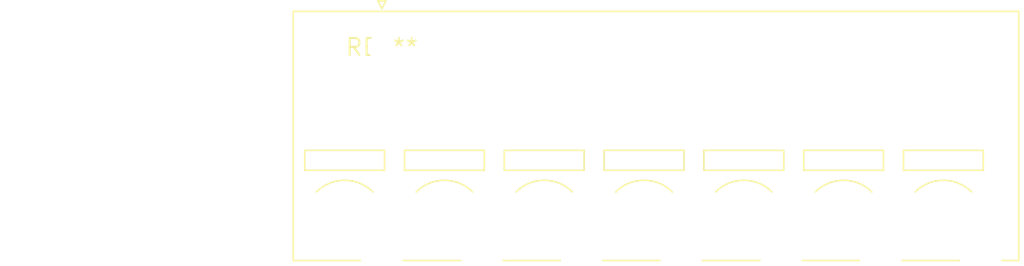
<source format=kicad_pcb>
(kicad_pcb (version 20240108) (generator pcbnew)
  (layers (0 "F.Cu" signal) (31 "B.Cu" signal) (34 "B.Paste" user) (35 "F.Paste" user) (36 "B.SilkS" user "B.Silkscreen") (37 "F.SilkS" user "F.Silkscreen") (38 "B.Mask" user) (39 "F.Mask" user) (44 "Edge.Cuts" user))
  (net 0 "")
  (footprint "PhoenixContact_SPT_5_7-V-7.5-ZB_1x07_P7.5mm_Vertical" (layer "F.Cu") (at 0 0)
    (property "Reference" "REF**")
    (property "Value" "PhoenixContact_SPT_5_7-V-7.5-ZB_1x07_P7.5mm_Vertical")
    (fp_line (start -6.66 -2.69) (end 47.86 -2.69) (layer "F.SilkS") (stroke (width 0.12)))
    (fp_line (start -6.66 16.03) (end -6.66 -2.69) (layer "F.SilkS") (stroke (width 0.12)))
    (fp_line (start -6.66 16.03) (end -1.6 16.03) (layer "F.SilkS") (stroke (width 0.12)))
    (fp_line (start -5.8 7.75) (end -5.8 9.25) (layer "F.SilkS") (stroke (width 0.12)))
    (fp_line (start -5.8 9.25) (end 0.2 9.25) (layer "F.SilkS") (stroke (width 0.12)))
    (fp_line (start -0.3 -3.49) (end 0 -2.89) (layer "F.SilkS") (stroke (width 0.12)))
    (fp_line (start -0.3 -3.49) (end 0.3 -3.49) (layer "F.SilkS") (stroke (width 0.12)))
    (fp_line (start 0.2 7.75) (end -5.8 7.75) (layer "F.SilkS") (stroke (width 0.12)))
    (fp_line (start 0.2 9.25) (end 0.2 7.75) (layer "F.SilkS") (stroke (width 0.12)))
    (fp_line (start 0.3 -3.49) (end 0 -2.89) (layer "F.SilkS") (stroke (width 0.12)))
    (fp_line (start 1.6 16.03) (end 5.9 16.03) (layer "F.SilkS") (stroke (width 0.12)))
    (fp_line (start 1.7 7.75) (end 1.7 9.25) (layer "F.SilkS") (stroke (width 0.12)))
    (fp_line (start 1.7 9.25) (end 7.7 9.25) (layer "F.SilkS") (stroke (width 0.12)))
    (fp_line (start 7.7 7.75) (end 1.7 7.75) (layer "F.SilkS") (stroke (width 0.12)))
    (fp_line (start 7.7 9.25) (end 7.7 7.75) (layer "F.SilkS") (stroke (width 0.12)))
    (fp_line (start 9.1 16.03) (end 13.4 16.03) (layer "F.SilkS") (stroke (width 0.12)))
    (fp_line (start 9.2 7.75) (end 9.2 9.25) (layer "F.SilkS") (stroke (width 0.12)))
    (fp_line (start 9.2 9.25) (end 15.2 9.25) (layer "F.SilkS") (stroke (width 0.12)))
    (fp_line (start 15.2 7.75) (end 9.2 7.75) (layer "F.SilkS") (stroke (width 0.12)))
    (fp_line (start 15.2 9.25) (end 15.2 7.75) (layer "F.SilkS") (stroke (width 0.12)))
    (fp_line (start 16.6 16.03) (end 20.9 16.03) (layer "F.SilkS") (stroke (width 0.12)))
    (fp_line (start 16.7 7.75) (end 16.7 9.25) (layer "F.SilkS") (stroke (width 0.12)))
    (fp_line (start 16.7 9.25) (end 22.7 9.25) (layer "F.SilkS") (stroke (width 0.12)))
    (fp_line (start 22.7 7.75) (end 16.7 7.75) (layer "F.SilkS") (stroke (width 0.12)))
    (fp_line (start 22.7 9.25) (end 22.7 7.75) (layer "F.SilkS") (stroke (width 0.12)))
    (fp_line (start 24.1 16.03) (end 28.4 16.03) (layer "F.SilkS") (stroke (width 0.12)))
    (fp_line (start 24.2 7.75) (end 24.2 9.25) (layer "F.SilkS") (stroke (width 0.12)))
    (fp_line (start 24.2 9.25) (end 30.2 9.25) (layer "F.SilkS") (stroke (width 0.12)))
    (fp_line (start 30.2 7.75) (end 24.2 7.75) (layer "F.SilkS") (stroke (width 0.12)))
    (fp_line (start 30.2 9.25) (end 30.2 7.75) (layer "F.SilkS") (stroke (width 0.12)))
    (fp_line (start 31.6 16.03) (end 35.9 16.03) (layer "F.SilkS") (stroke (width 0.12)))
    (fp_line (start 31.7 7.75) (end 31.7 9.25) (layer "F.SilkS") (stroke (width 0.12)))
    (fp_line (start 31.7 9.25) (end 37.7 9.25) (layer "F.SilkS") (stroke (width 0.12)))
    (fp_line (start 37.7 7.75) (end 31.7 7.75) (layer "F.SilkS") (stroke (width 0.12)))
    (fp_line (start 37.7 9.25) (end 37.7 7.75) (layer "F.SilkS") (stroke (width 0.12)))
    (fp_line (start 39.1 16.03) (end 43.4 16.03) (layer "F.SilkS") (stroke (width 0.12)))
    (fp_line (start 39.2 7.75) (end 39.2 9.25) (layer "F.SilkS") (stroke (width 0.12)))
    (fp_line (start 39.2 9.25) (end 45.2 9.25) (layer "F.SilkS") (stroke (width 0.12)))
    (fp_line (start 45.2 7.75) (end 39.2 7.75) (layer "F.SilkS") (stroke (width 0.12)))
    (fp_line (start 45.2 9.25) (end 45.2 7.75) (layer "F.SilkS") (stroke (width 0.12)))
    (fp_line (start 46.6 16.03) (end 47.86 16.03) (layer "F.SilkS") (stroke (width 0.12)))
    (fp_line (start 47.86 -2.69) (end 47.86 16.03) (layer "F.SilkS") (stroke (width 0.12)))
    (fp_arc (start -4.92132 10.87868) (mid -2.8 10) (end -0.67868 10.87868) (layer "F.SilkS") (stroke (width 0.12)))
    (fp_arc (start 2.57868 10.87868) (mid 4.7 10) (end 6.82132 10.87868) (layer "F.SilkS") (stroke (width 0.12)))
    (fp_arc (start 10.07868 10.87868) (mid 12.2 10) (end 14.32132 10.87868) (layer "F.SilkS") (stroke (width 0.12)))
    (fp_arc (start 17.57868 10.87868) (mid 19.7 10) (end 21.82132 10.87868) (layer "F.SilkS") (stroke (width 0.12)))
    (fp_arc (start 25.07868 10.87868) (mid 27.2 10) (end 29.32132 10.87868) (layer "F.SilkS") (stroke (width 0.12)))
    (fp_arc (start 32.57868 10.87868) (mid 34.7 10) (end 36.82132 10.87868) (layer "F.SilkS") (stroke (width 0.12)))
    (fp_arc (start 40.07868 10.87868) (mid 42.2 10) (end 44.32132 10.87868) (layer "F.SilkS") (stroke (width 0.12)))
    (pad "1" thru_hole roundrect (at 0 0) (size 2.8 4.3) (drill 2.1) (layers *.Cu *.Mask) (remove_unused_layers) (roundrect_rratio 0.089286))
    (pad "2" thru_hole oval (at 7.5 14) (size 2.8 4.3) (drill 2.1) (layers *.Cu *.Mask) (remove_unused_layers))
    (pad "3" thru_hole oval (at 15 0) (size 2.8 4.3) (drill 2.1) (layers *.Cu *.Mask) (remove_unused_layers))
    (pad "4" thru_hole oval (at 22.5 14) (size 2.8 4.3) (drill 2.1) (layers *.Cu *.Mask) (remove_unused_layers))
    (pad "5" thru_hole oval (at 30 0) (size 2.8 4.3) (drill 2.1) (layers *.Cu *.Mask) (remove_unused_layers))
    (pad "6" thru_hole oval (at 37.5 14) (size 2.8 4.3) (drill 2.1) (layers *.Cu *.Mask) (remove_unused_layers))
    (pad "7" thru_hole oval (at 45 0) (size 2.8 4.3) (drill 2.1) (layers *.Cu *.Mask) (remove_unused_layers))
  )
)
</source>
